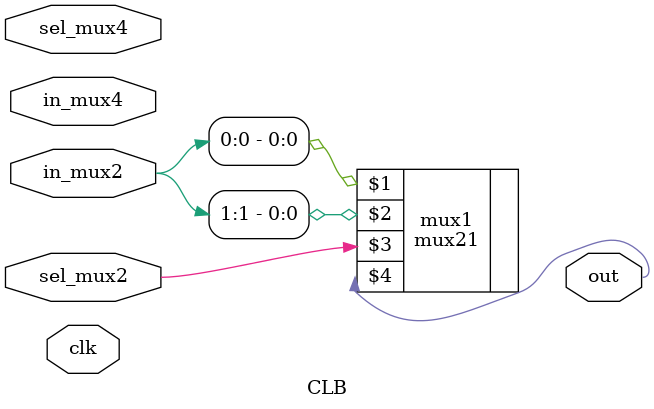
<source format=v>
`include "mux41.v"
`include "mux21.v"
`include "DFF.v"
module CLB (
    input [3:0] in_mux4,
    input [1:0] sel_mux4, in_mux2,
    input clk, sel_mux2,
    output out
);
    wire w1, w2;
    mux41 mux0 (in_mux4[0], in_mux4[1], in_mux4[2], in_mux4[3], sel_mux4[0], sel_mux4[1], w1);
    DFF dff0 (clk, w1, w2);
    mux21 mux1 (in_mux2[0], in_mux2[1], sel_mux2, out);
endmodule
</source>
